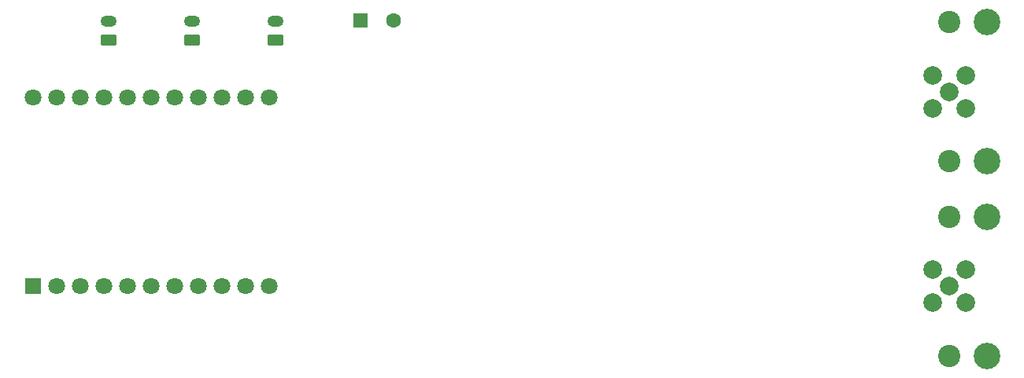
<source format=gbr>
%TF.GenerationSoftware,KiCad,Pcbnew,8.0.4*%
%TF.CreationDate,2024-07-19T16:17:39+02:00*%
%TF.ProjectId,mini-beieli-pcb-cubecell,6d696e69-2d62-4656-9965-6c692d706362,rev?*%
%TF.SameCoordinates,Original*%
%TF.FileFunction,Soldermask,Bot*%
%TF.FilePolarity,Negative*%
%FSLAX46Y46*%
G04 Gerber Fmt 4.6, Leading zero omitted, Abs format (unit mm)*
G04 Created by KiCad (PCBNEW 8.0.4) date 2024-07-19 16:17:39*
%MOMM*%
%LPD*%
G01*
G04 APERTURE LIST*
G04 Aperture macros list*
%AMRoundRect*
0 Rectangle with rounded corners*
0 $1 Rounding radius*
0 $2 $3 $4 $5 $6 $7 $8 $9 X,Y pos of 4 corners*
0 Add a 4 corners polygon primitive as box body*
4,1,4,$2,$3,$4,$5,$6,$7,$8,$9,$2,$3,0*
0 Add four circle primitives for the rounded corners*
1,1,$1+$1,$2,$3*
1,1,$1+$1,$4,$5*
1,1,$1+$1,$6,$7*
1,1,$1+$1,$8,$9*
0 Add four rect primitives between the rounded corners*
20,1,$1+$1,$2,$3,$4,$5,0*
20,1,$1+$1,$4,$5,$6,$7,0*
20,1,$1+$1,$6,$7,$8,$9,0*
20,1,$1+$1,$8,$9,$2,$3,0*%
G04 Aperture macros list end*
%ADD10C,2.400000*%
%ADD11C,2.850000*%
%ADD12C,2.000000*%
%ADD13RoundRect,0.250000X0.625000X-0.350000X0.625000X0.350000X-0.625000X0.350000X-0.625000X-0.350000X0*%
%ADD14O,1.750000X1.200000*%
%ADD15R,1.800000X1.800000*%
%ADD16C,1.800000*%
%ADD17RoundRect,0.250000X-0.550000X-0.550000X0.550000X-0.550000X0.550000X0.550000X-0.550000X0.550000X0*%
%ADD18C,1.600000*%
G04 APERTURE END LIST*
D10*
%TO.C,J1*%
X110495000Y28295000D03*
D11*
X114495000Y28295000D03*
D10*
X110495000Y43295000D03*
D11*
X114495000Y43295000D03*
D12*
X108725000Y34025000D03*
X108725000Y37565000D03*
X112265000Y34025000D03*
X112265000Y37565000D03*
X110495000Y35795000D03*
%TD*%
D10*
%TO.C,J2*%
X110495000Y7340000D03*
D11*
X114495000Y7340000D03*
D10*
X110495000Y22340000D03*
D11*
X114495000Y22340000D03*
D12*
X108725000Y13070000D03*
X108725000Y16610000D03*
X112265000Y13070000D03*
X112265000Y16610000D03*
X110495000Y14840000D03*
%TD*%
D13*
%TO.C,SOLAR1*%
X29000000Y41355000D03*
D14*
X29000000Y43355000D03*
%TD*%
D15*
%TO.C,HTCC-AB01*%
X11878000Y14860000D03*
D16*
X14418000Y14860000D03*
X16958000Y14860000D03*
X19498000Y14860000D03*
X22038000Y14840000D03*
X24578000Y14840000D03*
X27118000Y14840000D03*
X29658000Y14840000D03*
X32198000Y14840000D03*
X34738000Y14840000D03*
X37278000Y14840000D03*
X37278000Y35140000D03*
X34738000Y35140000D03*
X32198000Y35140000D03*
X29658000Y35140000D03*
X27118000Y35140000D03*
X24578000Y35140000D03*
X22038000Y35140000D03*
X19498000Y35140000D03*
X16958000Y35140000D03*
X14418000Y35140000D03*
X11878000Y35140000D03*
%TD*%
D17*
%TO.C,J3*%
X47100000Y43500000D03*
D18*
X50700000Y43500000D03*
%TD*%
D13*
%TO.C,LIPO1*%
X38000000Y41355000D03*
D14*
X38000000Y43355000D03*
%TD*%
D13*
%TO.C,SWITCH1*%
X20000000Y41355000D03*
D14*
X20000000Y43355000D03*
%TD*%
M02*

</source>
